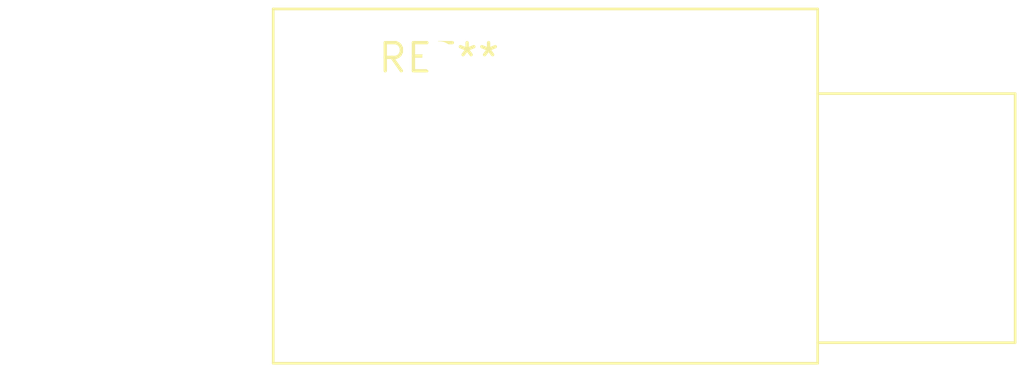
<source format=kicad_pcb>
(kicad_pcb (version 20240108) (generator pcbnew)
  (layers (0 "F.Cu" signal) (31 "B.Cu" signal) (34 "B.Paste" user) (35 "F.Paste" user) (36 "B.SilkS" user "B.Silkscreen") (37 "F.SilkS" user "F.Silkscreen") (38 "B.Mask" user) (39 "F.Mask" user) (44 "Edge.Cuts" user))
  (net 0 "")
  (footprint "Jack_6.35mm_Neutrik_NRJ6HF_Horizontal" (layer "F.Cu") (at 0 0)
    (property "Reference" "REF**")
    (property "Value" "Jack_6.35mm_Neutrik_NRJ6HF_Horizontal")
    (fp_line (start -7.47 -2.21) (end 17.07 -2.21) (layer "F.SilkS") (stroke (width 0.12)))
    (fp_line (start -7.47 13.78) (end -7.47 -2.21) (layer "F.SilkS") (stroke (width 0.12)))
    (fp_line (start -7.47 13.78) (end 17.07 13.78) (layer "F.SilkS") (stroke (width 0.12)))
    (fp_line (start 17.07 -2.21) (end 17.07 13.78) (layer "F.SilkS") (stroke (width 0.12)))
    (fp_line (start 25.97 1.61) (end 17.07 1.61) (layer "F.SilkS") (stroke (width 0.12)))
    (fp_line (start 25.97 12.85) (end 17.07 12.85) (layer "F.SilkS") (stroke (width 0.12)))
    (fp_line (start 25.97 12.85) (end 25.97 1.61) (layer "F.SilkS") (stroke (width 0.12)))
    (pad "" np_thru_hole circle (at 3.15 2.13) (size 3 3) (drill 3) (layers *.Cu *.Mask))
    (pad "" np_thru_hole circle (at 9.5 0) (size 2 2) (drill 2) (layers *.Cu *.Mask))
    (pad "" np_thru_hole circle (at 9.5 11.43) (size 2 2) (drill 2) (layers *.Cu *.Mask))
    (pad "R" thru_hole circle (at 6.35 0) (size 3 3) (drill 1.5) (layers *.Cu *.Mask) (remove_unused_layers))
    (pad "RN" thru_hole circle (at 6.35 11.43) (size 3 3) (drill 1.5) (layers *.Cu *.Mask) (remove_unused_layers))
    (pad "S" thru_hole circle (at 12.7 0) (size 3 3) (drill 1.5) (layers *.Cu *.Mask) (remove_unused_layers))
    (pad "SN" thru_hole circle (at 12.7 11.43) (size 3 3) (drill 1.5) (layers *.Cu *.Mask) (remove_unused_layers))
    (pad "T" thru_hole circle (at 0 0) (size 3 3) (drill 1.5) (layers *.Cu *.Mask) (remove_unused_layers))
    (pad "TN" thru_hole circle (at 0 11.43) (size 3 3) (drill 1.5) (layers *.Cu *.Mask) (remove_unused_layers))
  )
)
</source>
